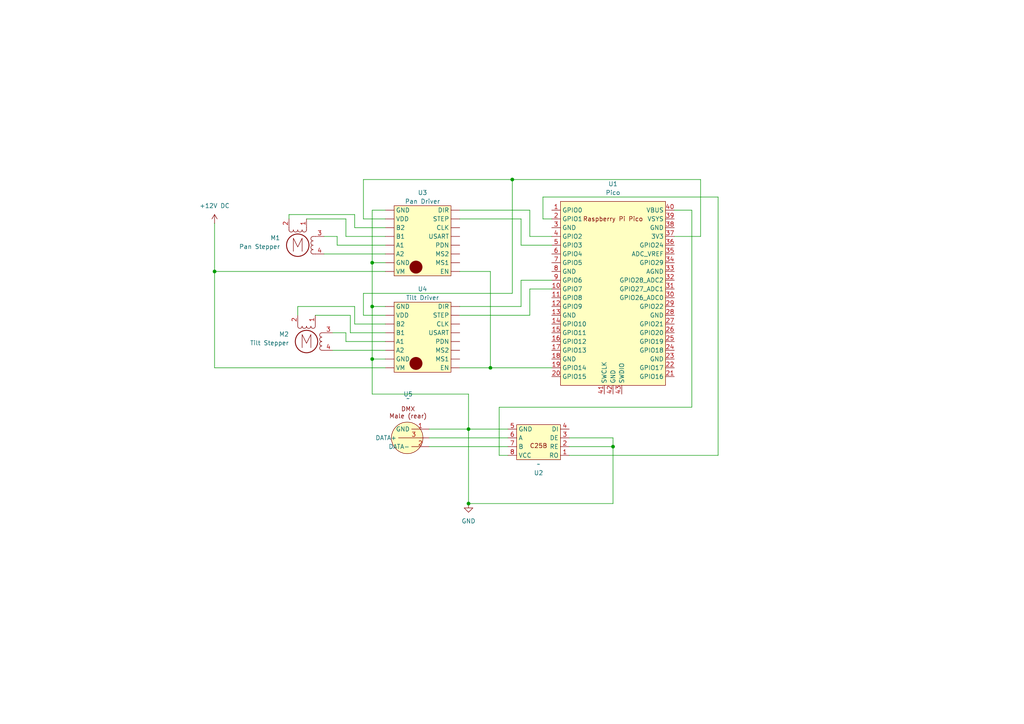
<source format=kicad_sch>
(kicad_sch (version 20231120) (generator "eeschema") (generator_version "8.0")
  (paper "A4")
  (lib_symbols
    (symbol "MCU_RaspberryPi_and_Boards:Pico"
      (property "Reference" "U1" (at 0 31.75 0))
      (property "Value" "Pico" (at 0 29.21 0))
      (symbol "Pico_0_0"
        (text "Raspberry Pi Pico" (at 0 21.59 0) (effects (font (size 1.27 1.27))))
      )
      (symbol "Pico_0_1"
        (rectangle (start -15.24 26.67) (end 15.24 -26.67) (fill (type background)))
      )
      (symbol "Pico_1_1"
        (pin bidirectional line (at -17.78 24.13 0) (length 2.54) (name "GPIO0") (number "1"))
        (pin bidirectional line (at -17.78 1.27 0) (length 2.54) (name "GPIO7") (number "10"))
        (pin bidirectional line (at -17.78 -1.27 0) (length 2.54) (name "GPIO8") (number "11"))
        (pin bidirectional line (at -17.78 -3.81 0) (length 2.54) (name "GPIO9") (number "12"))
        (pin power_in line (at -17.78 -6.35 0) (length 2.54) (name "GND") (number "13"))
        (pin bidirectional line (at -17.78 -8.89 0) (length 2.54) (name "GPIO10") (number "14"))
        (pin bidirectional line (at -17.78 -11.43 0) (length 2.54) (name "GPIO11") (number "15"))
        (pin bidirectional line (at -17.78 -13.97 0) (length 2.54) (name "GPIO12") (number "16"))
        (pin bidirectional line (at -17.78 -16.51 0) (length 2.54) (name "GPIO13") (number "17"))
        (pin power_in line (at -17.78 -19.05 0) (length 2.54) (name "GND") (number "18"))
        (pin bidirectional line (at -17.78 -21.59 0) (length 2.54) (name "GPIO14") (number "19"))
        (pin bidirectional line (at -17.78 21.59 0) (length 2.54) (name "GPIO1") (number "2"))
        (pin bidirectional line (at -17.78 -24.13 0) (length 2.54) (name "GPIO15") (number "20"))
        (pin bidirectional line (at 17.78 -24.13 180) (length 2.54) (name "GPIO16") (number "21"))
        (pin bidirectional line (at 17.78 -21.59 180) (length 2.54) (name "GPIO17") (number "22"))
        (pin power_in line (at 17.78 -19.05 180) (length 2.54) (name "GND") (number "23"))
        (pin bidirectional line (at 17.78 -16.51 180) (length 2.54) (name "GPIO18") (number "24"))
        (pin bidirectional line (at 17.78 -13.97 180) (length 2.54) (name "GPIO19") (number "25"))
        (pin bidirectional line (at 17.78 -11.43 180) (length 2.54) (name "GPIO20") (number "26"))
        (pin bidirectional line (at 17.78 -8.89 180) (length 2.54) (name "GPIO21") (number "27"))
        (pin power_in line (at 17.78 -6.35 180) (length 2.54) (name "GND") (number "28"))
        (pin bidirectional line (at 17.78 -3.81 180) (length 2.54) (name "GPIO22") (number "29"))
        (pin power_in line (at -17.78 19.05 0) (length 2.54) (name "GND") (number "3"))
        (pin bidirectional line (at 17.78 -1.27 180) (length 2.54) (name "GPIO26_ADC0") (number "30"))
        (pin bidirectional line (at 17.78 1.27 180) (length 2.54) (name "GPIO27_ADC1") (number "31"))
        (pin bidirectional line (at 17.78 3.81 180) (length 2.54) (name "GPIO28_ADC2") (number "32"))
        (pin power_in line (at 17.78 6.35 180) (length 2.54) (name "AGND") (number "33"))
        (pin bidirectional line (at 17.78 8.89 180) (length 2.54) (name "GPIO29") (number "34"))
        (pin power_in line (at 17.78 11.43 180) (length 2.54) (name "ADC_VREF") (number "35"))
        (pin power_in line (at 17.78 13.97 180) (length 2.54) (name "GPIO24") (number "36"))
        (pin power_in line (at 17.78 16.51 180) (length 2.54) (name "3V3") (number "37"))
        (pin bidirectional line (at 17.78 19.05 180) (length 2.54) (name "GND") (number "38"))
        (pin power_in line (at 17.78 21.59 180) (length 2.54) (name "VSYS") (number "39"))
        (pin bidirectional line (at -17.78 16.51 0) (length 2.54) (name "GPIO2") (number "4"))
        (pin power_in line (at 17.78 24.13 180) (length 2.54) (name "VBUS") (number "40"))
        (pin input line (at -2.54 -29.21 90) (length 2.54) (name "SWCLK") (number "41"))
        (pin power_in line (at 0 -29.21 90) (length 2.54) (name "GND") (number "42"))
        (pin bidirectional line (at 2.54 -29.21 90) (length 2.54) (name "SWDIO") (number "43"))
        (pin bidirectional line (at -17.78 13.97 0) (length 2.54) (name "GPIO3") (number "5"))
        (pin bidirectional line (at -17.78 11.43 0) (length 2.54) (name "GPIO4") (number "6"))
        (pin bidirectional line (at -17.78 8.89 0) (length 2.54) (name "GPIO5") (number "7"))
        (pin power_in line (at -17.78 6.35 0) (length 2.54) (name "GND") (number "8"))
        (pin bidirectional line (at -17.78 3.81 0) (length 2.54) (name "GPIO6") (number "9"))
      )
    )
    (symbol "Motor:Stepper_Motor_bipolar" (pin_names (offset 0) hide)
      (property "Reference" "M" (at 3.81 2.54 0))
      (property "Value" "Stepper_Motor_bipolar" (at 3.81 1.27 0))
      (symbol "Stepper_Motor_bipolar_0_0"
        (polyline (pts (xy -1.27 -1.778) (xy -1.27 2.032) (xy 0 -0.508) (xy 1.27 2.032) (xy 1.27 -1.778)))
      )
      (symbol "Stepper_Motor_bipolar_0_1"
        (arc (start -4.445 -2.54) (mid -3.8127 -1.905) (end -4.445 -1.27))
        (arc (start -4.445 -1.27) (mid -3.8127 -0.635) (end -4.445 0))
        (arc (start -4.445 0) (mid -3.8127 0.635) (end -4.445 1.27))
        (arc (start -4.445 1.27) (mid -3.8127 1.905) (end -4.445 2.54))
        (arc (start -2.54 4.445) (mid -1.905 3.8127) (end -1.27 4.445))
        (arc (start -1.27 4.445) (mid -0.635 3.8127) (end 0 4.445))
        (polyline (pts (xy -5.08 -2.54) (xy -4.445 -2.54)))
        (polyline (pts (xy -5.08 2.54) (xy -4.445 2.54)))
        (polyline (pts (xy -2.54 5.08) (xy -2.54 4.445)))
        (polyline (pts (xy 2.54 5.08) (xy 2.54 4.445)))
        (circle (center 0 0) (radius 3.2512) (stroke (width 0.254)))
        (arc (start 0 4.445) (mid 0.635 3.8127) (end 1.27 4.445))
        (arc (start 1.27 4.445) (mid 1.905 3.8127) (end 2.54 4.445))
      )
      (symbol "Stepper_Motor_bipolar_1_1"
        (pin passive line (at -2.54 7.62 270) (length 2.54) (name "~") (number "1"))
        (pin passive line (at 2.54 7.62 270) (length 2.54) (name "-") (number "2"))
        (pin passive line (at -7.62 2.54 0) (length 2.54) (name "~") (number "3"))
        (pin passive line (at -7.62 -2.54 0) (length 2.54) (name "~") (number "4"))
      )
    )
    (symbol "power:+5V" (power) (pin_numbers hide) (pin_names (offset 0) hide)
      (property "Value" "+5V" (at 0 3.556 0))
      (symbol "+5V_0_1"
        (polyline (pts (xy -0.762 1.27) (xy 0 2.54)))
        (polyline (pts (xy 0 0) (xy 0 2.54)))
        (polyline (pts (xy 0 2.54) (xy 0.762 1.27)))
      )
      (symbol "+5V_1_1"
        (pin power_in line (at 0 0 90) (length 0) (name "~") (number "1"))
      )
    )
    (symbol "power:GND" (power) (pin_numbers hide) (pin_names (offset 0) hide)
      (property "Value" "GND" (at 0 -3.81 0))
      (symbol "GND_0_1"
        (polyline (pts (xy 0 0) (xy 0 -1.27) (xy 1.27 -1.27) (xy 0 -2.54) (xy -1.27 -1.27) (xy 0 -1.27)))
      )
      (symbol "GND_1_1"
        (pin power_in line (at 0 0 270) (length 0) (name "~") (number "1"))
      )
    )
    (symbol "theatre_mover_libraries:3-pin_DMX_male_rear"
      (property "Reference" "U" (at 7.62 0 0))
      (symbol "3-pin_DMX_male_rear_0_1"
        (circle (center 0 0) (radius 4.5791) (fill (type background)))
      )
      (symbol "3-pin_DMX_male_rear_1_1"
        (text "DMX\nMale (rear)\n" (at 0.254 7.366 0) (effects (font (size 1.27 1.27))))
        (pin bidirectional line (at 6.35 2.54 180) (length 5.08) (name "GND") (number "1"))
        (pin bidirectional line (at 6.35 -2.54 180) (length 5.08) (name "DATA-") (number "2"))
        (pin bidirectional line (at 6.35 0 180) (length 8.89) (name "DATA+") (number "3"))
      )
    )
    (symbol "theatre_mover_libraries:C25B_TTL_to_RS485_module"
      (property "Reference" "U" (at 0 0 0))
      (symbol "C25B_TTL_to_RS485_module_0_1"
        (rectangle (start -6.35 6.35) (end 6.35 -3.81) (fill (type background)))
      )
      (symbol "C25B_TTL_to_RS485_module_1_1"
        (text "C25B" (at 0 2.286 0) (effects (font (size 1.27 1.27))))
        (pin output line (at -8.89 5.08 0) (length 2.54) (name "RO") (number "1"))
        (pin bidirectional line (at -8.89 2.54 0) (length 2.54) (name "RE") (number "2"))
        (pin bidirectional line (at -8.89 0 0) (length 2.54) (name "DE") (number "3"))
        (pin bidirectional line (at -8.89 -2.54 0) (length 2.54) (name "DI") (number "4"))
        (pin power_in line (at 8.89 -2.54 180) (length 2.54) (name "GND") (number "5"))
        (pin input line (at 8.89 0 180) (length 2.54) (name "A") (number "6"))
        (pin input line (at 8.89 2.54 180) (length 2.54) (name "B") (number "7"))
        (pin power_in line (at 8.89 5.08 180) (length 2.54) (name "VCC") (number "8"))
      )
    )
    (symbol "theatre_mover_libraries:TMC_2209_driver"
      (property "Reference" "U" (at 0 0 0))
      (symbol "TMC_2209_driver_0_1"
        (rectangle (start -8.89 10.16) (end 7.62 -10.16) (fill (type background)))
        (circle (center 1.27 7.62) (radius 1.7961) (fill (type outline)))
      )
      (symbol "TMC_2209_driver_1_1"
        (pin bidirectional line (at 10.16 1.27 180) (length 2.54) (name "A1") (number ""))
        (pin bidirectional line (at 10.16 3.81 180) (length 2.54) (name "A2") (number ""))
        (pin bidirectional line (at 10.16 -1.27 180) (length 2.54) (name "B1") (number ""))
        (pin bidirectional line (at 10.16 -3.81 180) (length 2.54) (name "B2") (number ""))
        (pin bidirectional line (at -11.43 -3.81 0) (length 2.54) (name "CLK") (number ""))
        (pin bidirectional line (at -11.43 -8.89 0) (length 2.54) (name "DIR") (number ""))
        (pin bidirectional line (at -11.43 8.89 0) (length 2.54) (name "EN") (number ""))
        (pin bidirectional line (at 10.16 -8.89 180) (length 2.54) (name "GND") (number ""))
        (pin bidirectional line (at 10.16 6.35 180) (length 2.54) (name "GND") (number ""))
        (pin bidirectional line (at -11.43 6.35 0) (length 2.54) (name "MS1") (number ""))
        (pin bidirectional line (at -11.43 3.81 0) (length 2.54) (name "MS2") (number ""))
        (pin bidirectional line (at -11.43 1.27 0) (length 2.54) (name "PDN") (number ""))
        (pin bidirectional line (at -11.43 -6.35 0) (length 2.54) (name "STEP") (number ""))
        (pin bidirectional line (at -11.43 -1.27 0) (length 2.54) (name "USART") (number ""))
        (pin bidirectional line (at 10.16 -6.35 180) (length 2.54) (name "VDD") (number ""))
        (pin bidirectional line (at 10.16 8.89 180) (length 2.54) (name "VM") (number ""))
      )
    )
  )
  (junction (at 148.59 52.07))
  (junction (at 107.95 88.9))
  (junction (at 107.95 76.2))
  (junction (at 142.24 106.68))
  (junction (at 62.23 78.74))
  (junction (at 107.95 104.14))
  (junction (at 135.89 146.05))
  (junction (at 135.89 124.46))
  (junction (at 177.8 129.54))
  (wire (pts (xy 148.59 52.07) (xy 203.2 52.07)))
  (wire (pts (xy 153.67 83.82) (xy 160.02 83.82)))
  (wire (pts (xy 91.44 91.44) (xy 101.6 91.44)))
  (wire (pts (xy 144.78 132.08) (xy 144.78 118.11)))
  (wire (pts (xy 105.41 85.09) (xy 148.59 85.09)))
  (wire (pts (xy 107.95 104.14) (xy 107.95 114.3)))
  (wire (pts (xy 124.46 129.54) (xy 147.32 129.54)))
  (wire (pts (xy 105.41 52.07) (xy 148.59 52.07)))
  (wire (pts (xy 165.1 129.54) (xy 177.8 129.54)))
  (wire (pts (xy 96.52 96.52) (xy 100.33 96.52)))
  (wire (pts (xy 62.23 78.74) (xy 62.23 106.68)))
  (wire (pts (xy 208.28 132.08) (xy 208.28 57.15)))
  (wire (pts (xy 153.67 60.96) (xy 153.67 68.58)))
  (wire (pts (xy 200.66 60.96) (xy 195.58 60.96)))
  (wire (pts (xy 165.1 127) (xy 177.8 127)))
  (wire (pts (xy 100.33 99.06) (xy 111.76 99.06)))
  (wire (pts (xy 62.23 78.74) (xy 111.76 78.74)))
  (wire (pts (xy 93.98 73.66) (xy 111.76 73.66)))
  (wire (pts (xy 133.35 91.44) (xy 153.67 91.44)))
  (wire (pts (xy 100.33 63.5) (xy 100.33 68.58)))
  (wire (pts (xy 124.46 127) (xy 147.32 127)))
  (wire (pts (xy 100.33 68.58) (xy 111.76 68.58)))
  (wire (pts (xy 86.36 88.9) (xy 102.87 88.9)))
  (wire (pts (xy 135.89 124.46) (xy 147.32 124.46)))
  (wire (pts (xy 133.35 88.9) (xy 151.13 88.9)))
  (wire (pts (xy 147.32 132.08) (xy 144.78 132.08)))
  (wire (pts (xy 93.98 68.58) (xy 97.79 68.58)))
  (wire (pts (xy 133.35 63.5) (xy 151.13 63.5)))
  (wire (pts (xy 151.13 63.5) (xy 151.13 71.12)))
  (wire (pts (xy 107.95 104.14) (xy 111.76 104.14)))
  (wire (pts (xy 97.79 68.58) (xy 97.79 71.12)))
  (wire (pts (xy 133.35 106.68) (xy 142.24 106.68)))
  (wire (pts (xy 102.87 93.98) (xy 111.76 93.98)))
  (wire (pts (xy 135.89 114.3) (xy 135.89 124.46)))
  (wire (pts (xy 124.46 124.46) (xy 135.89 124.46)))
  (wire (pts (xy 107.95 88.9) (xy 111.76 88.9)))
  (wire (pts (xy 165.1 132.08) (xy 208.28 132.08)))
  (wire (pts (xy 107.95 114.3) (xy 135.89 114.3)))
  (wire (pts (xy 97.79 71.12) (xy 111.76 71.12)))
  (wire (pts (xy 107.95 60.96) (xy 107.95 76.2)))
  (wire (pts (xy 133.35 60.96) (xy 153.67 60.96)))
  (wire (pts (xy 111.76 63.5) (xy 105.41 63.5)))
  (wire (pts (xy 203.2 52.07) (xy 203.2 68.58)))
  (wire (pts (xy 100.33 96.52) (xy 100.33 99.06)))
  (wire (pts (xy 105.41 63.5) (xy 105.41 52.07)))
  (wire (pts (xy 62.23 106.68) (xy 111.76 106.68)))
  (wire (pts (xy 102.87 88.9) (xy 102.87 93.98)))
  (wire (pts (xy 102.87 62.23) (xy 102.87 66.04)))
  (wire (pts (xy 200.66 118.11) (xy 200.66 60.96)))
  (wire (pts (xy 83.82 63.5) (xy 83.82 62.23)))
  (wire (pts (xy 105.41 91.44) (xy 105.41 85.09)))
  (wire (pts (xy 208.28 57.15) (xy 157.48 57.15)))
  (wire (pts (xy 133.35 78.74) (xy 142.24 78.74)))
  (wire (pts (xy 83.82 62.23) (xy 102.87 62.23)))
  (wire (pts (xy 101.6 96.52) (xy 111.76 96.52)))
  (wire (pts (xy 142.24 106.68) (xy 160.02 106.68)))
  (wire (pts (xy 151.13 71.12) (xy 160.02 71.12)))
  (wire (pts (xy 157.48 57.15) (xy 157.48 63.5)))
  (wire (pts (xy 107.95 88.9) (xy 107.95 104.14)))
  (wire (pts (xy 157.48 63.5) (xy 160.02 63.5)))
  (wire (pts (xy 151.13 88.9) (xy 151.13 81.28)))
  (wire (pts (xy 153.67 68.58) (xy 160.02 68.58)))
  (wire (pts (xy 151.13 81.28) (xy 160.02 81.28)))
  (wire (pts (xy 100.33 63.5) (xy 88.9 63.5)))
  (wire (pts (xy 177.8 146.05) (xy 135.89 146.05)))
  (wire (pts (xy 177.8 129.54) (xy 177.8 146.05)))
  (wire (pts (xy 102.87 66.04) (xy 111.76 66.04)))
  (wire (pts (xy 101.6 91.44) (xy 101.6 96.52)))
  (wire (pts (xy 107.95 76.2) (xy 111.76 76.2)))
  (wire (pts (xy 111.76 60.96) (xy 107.95 60.96)))
  (wire (pts (xy 135.89 146.05) (xy 135.89 124.46)))
  (wire (pts (xy 62.23 64.77) (xy 62.23 78.74)))
  (wire (pts (xy 111.76 91.44) (xy 105.41 91.44)))
  (wire (pts (xy 203.2 68.58) (xy 195.58 68.58)))
  (wire (pts (xy 177.8 127) (xy 177.8 129.54)))
  (wire (pts (xy 107.95 76.2) (xy 107.95 88.9)))
  (wire (pts (xy 142.24 106.68) (xy 142.24 78.74)))
  (wire (pts (xy 153.67 91.44) (xy 153.67 83.82)))
  (wire (pts (xy 96.52 101.6) (xy 111.76 101.6)))
  (wire (pts (xy 148.59 85.09) (xy 148.59 52.07)))
  (wire (pts (xy 144.78 118.11) (xy 200.66 118.11)))
  (wire (pts (xy 86.36 91.44) (xy 86.36 88.9)))
  (symbol (lib_name "theatre_mover_libraries:TMC_2209_driver") (lib_id "theatre_mover_libraries:TMC_2209_driver") (at 121.92 97.79 180) (unit 1)
    (property "Reference" "U4" (at 122.555 83.82 0))
    (property "Value" "Tilt Driver" (at 122.555 86.36 0))
  )
  (symbol (lib_id "theatre_mover_libraries:3-pin_DMX_male_rear") (at 118.11 127 0) (unit 1)
    (property "Reference" "U5" (at 118.364 114.3 0))
    (property "Value" "~" (at 118.364 115.57 0))
  )
  (symbol (lib_id "power:+5V") (at 62.23 64.77 0) (unit 1)
    (property "Reference" "#PWR01" (effects (hide yes)))
    (property "Value" "+12V DC" (at 62.23 59.69 0))
    (property "Description" "Power symbol creates a global label with name \"+5V\"" (effects (hide yes)))
  )
  (symbol (lib_id "Motor:Stepper_Motor_bipolar") (at 88.9 99.06 0) (mirror y) (unit 1)
    (property "Reference" "M2" (at 83.82 96.939 0) (effects (justify left)))
    (property "Value" "Tilt Stepper" (at 83.82 99.479 0) (effects (justify left)))
    (property "Datasheet" "http://www.infineon.com/dgdl/Application-Note-TLE8110EE_driving_UniPolarStepperMotor_V1.1.pdf?fileId=db3a30431be39b97011be5d0aa0a00b0" (effects (hide yes)))
    (property "Description" "4-wire bipolar stepper motor" (effects (hide yes)))
  )
  (symbol (lib_id "MCU_RaspberryPi_and_Boards:Pico") (at 177.8 85.09 0) (unit 1)
    (property "Reference" "U1" (at 177.8 53.34 0))
    (property "Value" "Pico" (at 177.8 55.88 0))
    (property "Footprint" "RPi_Pico:RPi_Pico_SMD_TH" (effects (hide yes)))
  )
  (symbol (lib_id "Motor:Stepper_Motor_bipolar") (at 86.36 71.12 0) (mirror y) (unit 1)
    (property "Reference" "M1" (at 81.28 68.999 0) (effects (justify left)))
    (property "Value" "Pan Stepper" (at 81.28 71.539 0) (effects (justify left)))
    (property "Datasheet" "http://www.infineon.com/dgdl/Application-Note-TLE8110EE_driving_UniPolarStepperMotor_V1.1.pdf?fileId=db3a30431be39b97011be5d0aa0a00b0" (effects (hide yes)))
    (property "Description" "4-wire bipolar stepper motor" (effects (hide yes)))
  )
  (symbol (lib_id "theatre_mover_libraries:C25B_TTL_to_RS485_module") (at 156.21 127 180) (unit 1)
    (property "Reference" "U2" (at 156.21 137.16 0))
    (property "Value" "~" (at 156.21 134.62 0))
  )
  (symbol (lib_name "theatre_mover_libraries:TMC_2209_driver") (lib_id "theatre_mover_libraries:TMC_2209_driver") (at 121.92 69.85 180) (unit 1)
    (property "Reference" "U3" (at 122.555 55.88 0))
    (property "Value" "Pan Driver" (at 122.555 58.42 0))
  )
  (symbol (lib_id "power:GND") (at 135.89 146.05 0) (unit 1)
    (property "Reference" "#PWR06" (effects (hide yes)))
    (property "Value" "GND" (at 135.89 151.13 0))
    (property "Description" "Power symbol creates a global label with name \"GND\" , ground" (effects (hide yes)))
  )
)
</source>
